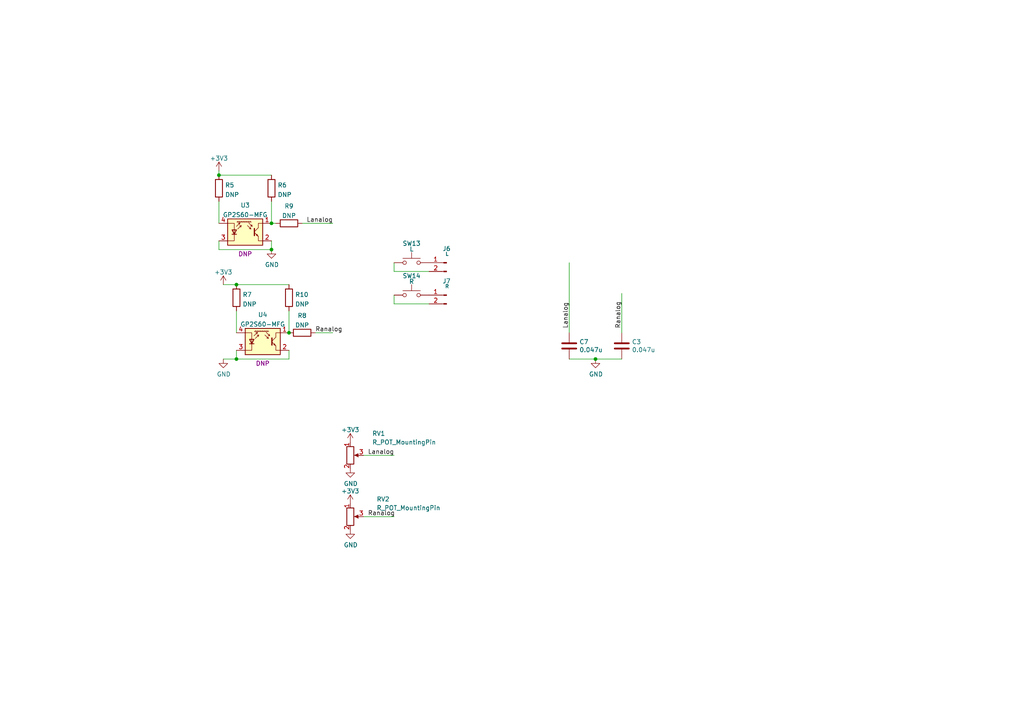
<source format=kicad_sch>
(kicad_sch (version 20211123) (generator eeschema)
  (paper "A4")
  (lib_symbols
    (symbol "Connector:Conn_01x02_Male" (pin_names (offset 1.016) hide)
      (property "Reference" "J" (at 0 2.54 0))
      (property "Value" "Conn_01x02_Male" (at 0 -5.08 0))
      (symbol "Conn_01x02_Male_1_1"
        (polyline (pts (xy 1.27 -2.54) (xy 0.8636 -2.54)) (stroke (width 0.1524)))
        (polyline (pts (xy 1.27 0) (xy 0.8636 0)) (stroke (width 0.1524)))
        (rectangle (start 0.8636 -2.413) (end 0 -2.667) (stroke (width 0.1524)) (fill (type outline)))
        (rectangle (start 0.8636 0.127) (end 0 -0.127) (stroke (width 0.1524)) (fill (type outline)))
        (pin passive line (at 5.08 0 180) (length 3.81) (name "Pin_1") (number "1"))
        (pin passive line (at 5.08 -2.54 180) (length 3.81) (name "Pin_2") (number "2"))
      )
    )
    (symbol "Device:C" (pin_numbers hide) (pin_names (offset 0.254))
      (property "Reference" "C" (at 0.635 2.54 0))
      (property "Value" "C" (at 0.635 -2.54 0))
      (symbol "C_0_1"
        (polyline (pts (xy -2.032 -0.762) (xy 2.032 -0.762)) (stroke (width 0.508)))
        (polyline (pts (xy -2.032 0.762) (xy 2.032 0.762)) (stroke (width 0.508)))
      )
      (symbol "C_1_1"
        (pin passive line (at 0 3.81 270) (length 2.794) (name "~") (number "1"))
        (pin passive line (at 0 -3.81 90) (length 2.794) (name "~") (number "2"))
      )
    )
    (symbol "Device:R" (pin_numbers hide) (pin_names (offset 0))
      (property "Reference" "R" (at 2.032 0 90))
      (property "Value" "R" (at 0 0 90))
      (symbol "R_0_1"
        (rectangle (start -1.016 -2.54) (end 1.016 2.54) (stroke (width 0.254)))
      )
      (symbol "R_1_1"
        (pin passive line (at 0 3.81 270) (length 1.27) (name "~") (number "1"))
        (pin passive line (at 0 -3.81 90) (length 1.27) (name "~") (number "2"))
      )
    )
    (symbol "GCC:+3.3V" (power) (pin_names (offset 0))
      (property "Value" "+3.3V" (at 0 3.556 0))
      (symbol "+3.3V_0_1"
        (polyline (pts (xy -0.762 1.27) (xy 0 2.54)))
        (polyline (pts (xy 0 0) (xy 0 2.54)))
        (polyline (pts (xy 0 2.54) (xy 0.762 1.27)))
      )
      (symbol "+3.3V_1_1"
        (pin power_in line (at 0 0 90) (length 0) hide (name "+3V3") (number "1"))
      )
    )
    (symbol "GCC:Gamecube-MB-rescue_Slider_GCC-Gamecube_MB" (pin_names (offset 1.016) hide)
      (property "Reference" "RV" (at -8.255 0 90))
      (property "Value" "Gamecube-MB-rescue_Slider_GCC-Gamecube_MB" (at -6.35 0 90))
      (symbol "Gamecube-MB-rescue_Slider_GCC-Gamecube_MB_0_1"
        (polyline (pts (xy 2.54 0) (xy 1.524 0)))
        (polyline (pts (xy 1.143 0) (xy 2.286 0.508) (xy 2.286 -0.508)) (fill (type outline)))
        (rectangle (start 1.016 2.54) (end -1.016 -2.54) (stroke (width 0.254)))
      )
      (symbol "Gamecube-MB-rescue_Slider_GCC-Gamecube_MB_1_1"
        (pin passive line (at 0 3.81 270) (length 1.27) (name "V+") (number "1"))
        (pin passive line (at 0 -3.81 90) (length 1.27) (name "GND") (number "2"))
        (pin passive line (at 3.81 0 180) (length 1.27) (name "Signal") (number "3"))
      )
    )
    (symbol "SW_Push_1" (pin_numbers hide) (pin_names (offset 1.016) hide)
      (property "Reference" "SW13" (at 0 5.588 0))
      (property "Value" "SW_Push_1" (at 0 3.937 0))
      (symbol "SW_Push_1_0_1"
        (circle (center -2.032 0) (radius 0.508))
        (polyline (pts (xy 0 1.27) (xy 0 3.048)))
        (polyline (pts (xy 2.54 1.27) (xy -2.54 1.27)))
        (circle (center 2.032 0) (radius 0.508))
        (pin passive line (at 5.08 0 180) (length 2.54) (name "1") (number "1"))
        (pin passive line (at -5.08 0 0) (length 2.54) (name "2") (number "2"))
      )
    )
    (symbol "SW_Push_2" (pin_numbers hide) (pin_names (offset 1.016) hide)
      (property "Reference" "SW14" (at 0 5.588 0))
      (property "Value" "SW_Push_2" (at 0 3.937 0))
      (symbol "SW_Push_2_0_1"
        (circle (center -2.032 0) (radius 0.508))
        (polyline (pts (xy 0 1.27) (xy 0 3.048)))
        (polyline (pts (xy 2.54 1.27) (xy -2.54 1.27)))
        (circle (center 2.032 0) (radius 0.508))
        (pin passive line (at 5.08 0 180) (length 2.54) (name "1") (number "1"))
        (pin passive line (at -5.08 0 0) (length 2.54) (name "2") (number "2"))
      )
    )
    (symbol "Sensor_Proximity:BPR-105" (pin_names (offset 0.0254) hide)
      (property "Reference" "U?" (at 0 7.7765 0))
      (property "Value" "BPR-105" (at 0 5.0014 0))
      (symbol "BPR-105_0_1"
        (polyline (pts (xy -3.81 -0.635) (xy -2.54 -0.635)) (stroke (width 0.254)))
        (polyline (pts (xy -2.286 2.921) (xy -2.032 3.175)))
        (polyline (pts (xy -1.778 2.921) (xy -1.524 3.175)))
        (polyline (pts (xy -1.524 2.667) (xy -1.651 2.159)))
        (polyline (pts (xy -1.27 2.921) (xy -1.016 3.175)))
        (polyline (pts (xy -1.143 1.905) (xy -1.27 1.397)))
        (polyline (pts (xy -0.762 2.921) (xy -0.508 3.175)))
        (polyline (pts (xy -0.254 2.921) (xy 0 3.175)))
        (polyline (pts (xy 0.254 2.921) (xy 0.508 3.175)))
        (polyline (pts (xy 0.762 2.921) (xy 1.016 3.175)))
        (polyline (pts (xy 1.27 2.921) (xy 1.524 3.175)))
        (polyline (pts (xy 1.651 0.889) (xy 1.143 1.016)))
        (polyline (pts (xy 1.778 2.921) (xy -2.413 2.921)))
        (polyline (pts (xy 2.032 1.651) (xy 1.524 1.778)))
        (polyline (pts (xy 2.667 -0.127) (xy 3.81 -1.27)))
        (polyline (pts (xy 2.667 0.127) (xy 3.81 1.27)))
        (polyline (pts (xy -2.54 1.651) (xy -1.524 2.667) (xy -2.032 2.54)))
        (polyline (pts (xy -2.159 0.889) (xy -1.143 1.905) (xy -1.651 1.778)))
        (polyline (pts (xy 0.635 1.905) (xy 1.651 0.889) (xy 1.524 1.397)))
        (polyline (pts (xy 1.016 2.667) (xy 2.032 1.651) (xy 1.905 2.159)))
        (polyline (pts (xy 2.667 1.016) (xy 2.667 -1.016) (xy 2.667 -1.016)) (stroke (width 0.3556)))
        (polyline (pts (xy 3.81 -1.27) (xy 3.81 -2.54) (xy 5.08 -2.54)))
        (polyline (pts (xy 3.81 1.27) (xy 3.81 2.54) (xy 5.08 2.54)))
        (polyline (pts (xy -5.08 -2.54) (xy -3.175 -2.54) (xy -3.175 2.54) (xy -5.08 2.54)))
        (polyline (pts (xy -3.175 -0.635) (xy -3.81 0.635) (xy -2.54 0.635) (xy -3.175 -0.635)) (stroke (width 0.254)))
        (polyline (pts (xy 3.683 -1.143) (xy 3.429 -0.635) (xy 3.175 -0.889) (xy 3.683 -1.143)))
        (polyline (pts (xy -5.08 -3.81) (xy 5.08 -3.81) (xy 5.08 3.81) (xy -5.08 3.81) (xy -5.08 -3.81)) (stroke (width 0.254)) (fill (type background)))
      )
      (symbol "BPR-105_1_1"
        (pin open_collector line (at 7.62 2.54 180) (length 2.54) (name "C") (number "1"))
        (pin open_emitter line (at 7.62 -2.54 180) (length 2.54) (name "E") (number "2"))
        (pin passive line (at -7.62 -2.54 0) (length 2.54) (name "K") (number "3"))
        (pin passive line (at -7.62 2.54 0) (length 2.54) (name "A") (number "4"))
      )
    )
    (symbol "power:GND" (power) (pin_names (offset 0))
      (property "Value" "GND" (at 0 -3.81 0))
      (symbol "GND_0_1"
        (polyline (pts (xy 0 0) (xy 0 -1.27) (xy 1.27 -1.27) (xy 0 -2.54) (xy -1.27 -1.27) (xy 0 -1.27)))
      )
      (symbol "GND_1_1"
        (pin power_in line (at 0 0 270) (length 0) hide (name "GND") (number "1"))
      )
    )
  )
  (junction (at 83.82 96.52))
  (junction (at 68.58 104.14))
  (junction (at 63.5 50.8))
  (junction (at 68.58 82.55))
  (junction (at 78.74 64.77))
  (junction (at 172.72 104.14))
  (junction (at 78.74 72.39))
  (wire (pts (xy 64.77 82.55) (xy 68.58 82.55)))
  (wire (pts (xy 78.74 72.39) (xy 63.5 72.39)))
  (wire (pts (xy 91.44 96.52) (xy 96.52 96.52)))
  (wire (pts (xy 114.3 78.74) (xy 124.46 78.74)))
  (wire (pts (xy 165.1 104.14) (xy 172.72 104.14)))
  (wire (pts (xy 63.5 50.8) (xy 78.74 50.8)))
  (wire (pts (xy 83.82 104.14) (xy 68.58 104.14)))
  (wire (pts (xy 78.74 58.42) (xy 78.74 64.77)))
  (wire (pts (xy 105.41 149.86) (xy 114.3 149.86)))
  (wire (pts (xy 83.82 90.17) (xy 83.82 96.52)))
  (wire (pts (xy 114.3 88.138) (xy 124.46 88.138)))
  (wire (pts (xy 63.5 72.39) (xy 63.5 69.85)))
  (wire (pts (xy 105.41 132.08) (xy 114.3 132.08)))
  (wire (pts (xy 68.58 104.14) (xy 68.58 101.6)))
  (wire (pts (xy 165.1 76.2) (xy 165.1 96.52)))
  (wire (pts (xy 114.3 76.2) (xy 114.3 78.74)))
  (wire (pts (xy 63.5 58.42) (xy 63.5 64.77)))
  (wire (pts (xy 114.3 85.598) (xy 114.3 88.138)))
  (wire (pts (xy 68.58 82.55) (xy 83.82 82.55)))
  (wire (pts (xy 172.72 104.14) (xy 180.34 104.14)))
  (wire (pts (xy 78.74 69.85) (xy 78.74 72.39)))
  (wire (pts (xy 64.77 104.14) (xy 68.58 104.14)))
  (wire (pts (xy 87.63 64.77) (xy 96.52 64.77)))
  (wire (pts (xy 63.5 49.53) (xy 63.5 50.8)))
  (wire (pts (xy 83.82 101.6) (xy 83.82 104.14)))
  (wire (pts (xy 68.58 90.17) (xy 68.58 96.52)))
  (wire (pts (xy 180.34 96.52) (xy 180.34 85.09)))
  (wire (pts (xy 78.74 64.77) (xy 80.01 64.77)))
  (label "Lanalog" (at 88.9 64.77 0))
  (label "Ranalog" (at 91.44 96.52 0))
  (label "Lanalog" (at 165.1 95.25 90))
  (label "Ranalog" (at 106.68 149.86 0))
  (label "Ranalog" (at 180.34 95.25 90))
  (label "Lanalog" (at 106.68 132.08 0))
  (symbol (lib_id "power:GND") (at 101.6 153.67 0) (unit 1)
    (property "Reference" "#PWR?" (effects hide))
    (property "Value" "GND" (at 101.727 158.0642 0))
  )
  (symbol (lib_id "Sensor_Proximity:BPR-105") (at 76.2 99.06 0) (unit 1)
    (property "Reference" "U4" (at 76.2 91.2835 0))
    (property "Value" "GP2S60-MFG" (at 76.2 94.0586 0))
    (property "Footprint" "PhobGCC_Footprints:Sharp_Microelectronics-GP2S60-MFG" (effects hide))
    (property "Datasheet" "http://www.ystone.com.tw/en/data/goods/IRPT/Photo%20Interrupters-Reflective%20Type.pdf" (effects hide))
    (property "Note" "DNP" (at 76.2 105.41 0))
  )
  (symbol (lib_id "GCC:Gamecube-MB-rescue_Slider_GCC-Gamecube_MB") (at 101.6 132.08 0) (unit 1)
    (property "Reference" "RV1" (at 107.95 125.73 0) (effects (justify left)))
    (property "Value" "R_POT_MountingPin" (at 107.95 128.27 0) (effects (justify left)))
    (property "Footprint" "PhobGCC_Footprints:GCC_Slider" (effects hide))
  )
  (symbol (lib_id "Sensor_Proximity:BPR-105") (at 71.12 67.31 0) (unit 1)
    (property "Reference" "U3" (at 71.12 59.5335 0))
    (property "Value" "GP2S60-MFG" (at 71.12 62.3086 0))
    (property "Footprint" "PhobGCC_Footprints:Sharp_Microelectronics-GP2S60-MFG" (effects hide))
    (property "Datasheet" "http://www.ystone.com.tw/en/data/goods/IRPT/Photo%20Interrupters-Reflective%20Type.pdf" (effects hide))
    (property "Note" "DNP" (at 71.12 73.66 0))
  )
  (symbol (lib_id "GCC:+3.3V") (at 101.6 128.27 0) (unit 1)
    (property "Reference" "#PWR?" (effects hide))
    (property "Value" "+3.3V" (at 101.6 124.6655 0))
  )
  (symbol (lib_id "Connector:Conn_01x02_Male") (at 129.54 85.598 0) (mirror y) (unit 1)
    (property "Reference" "J7" (at 129.54 81.534 0))
    (property "Value" "R" (at 129.667 83.058 0) (effects (font (size 1 1))))
    (property "Footprint" "PhobGCC_Footprints:Pin_Header_Straight_1x02_Pitch2.54mm" (effects hide))
  )
  (symbol (lib_id "GCC:+3.3V") (at 101.6 146.05 0) (unit 1)
    (property "Reference" "#PWR?" (effects hide))
    (property "Value" "+3.3V" (at 101.6 142.4455 0))
  )
  (symbol (lib_id "Device:R") (at 83.82 64.77 90) (unit 1)
    (property "Reference" "R9" (at 83.82 59.7875 90))
    (property "Value" "DNP" (at 83.82 62.5626 90))
    (property "Footprint" "PhobGCC_Footprints:R_0603_1608_DNP" (effects hide))
  )
  (symbol (lib_id "GCC:+3.3V") (at 63.5 49.53 0) (unit 1)
    (property "Reference" "#PWR?" (effects hide))
    (property "Value" "+3.3V" (at 63.5 45.9255 0))
  )
  (symbol (lib_id "Connector:Conn_01x02_Male") (at 129.54 76.2 0) (mirror y) (unit 1)
    (property "Reference" "J6" (at 129.54 72.136 0))
    (property "Value" "L" (at 129.667 73.66 0) (effects (font (size 1 1))))
    (property "Footprint" "PhobGCC_Footprints:Pin_Header_Straight_1x02_Pitch2.54mm" (effects hide))
  )
  (symbol (lib_name "SW_Push_2") (lib_id "Switch:SW_Push") (at 119.38 85.598 0) (unit 1)
    (property "Reference" "SW14" (at 119.38 80.01 0))
    (property "Value" "R" (at 119.38 81.661 0))
    (property "Footprint" "PhobGCC_Footprints:Trigger_Contact" (effects hide))
  )
  (symbol (lib_id "Device:R") (at 63.5 54.61 0) (unit 1)
    (property "Reference" "R5" (at 65.278 53.7015 0) (effects (justify left)))
    (property "Value" "DNP" (at 65.278 56.4766 0) (effects (justify left)))
    (property "Footprint" "PhobGCC_Footprints:R_0603_1608_DNP" (effects hide))
  )
  (symbol (lib_id "power:GND") (at 64.77 104.14 0) (unit 1)
    (property "Reference" "#PWR?" (effects hide))
    (property "Value" "GND" (at 64.897 108.5342 0))
  )
  (symbol (lib_id "Device:R") (at 83.82 86.36 0) (unit 1)
    (property "Reference" "R10" (at 85.598 85.4515 0) (effects (justify left)))
    (property "Value" "DNP" (at 85.598 88.2266 0) (effects (justify left)))
    (property "Footprint" "PhobGCC_Footprints:R_0603_1608_DNP" (effects hide))
  )
  (symbol (lib_id "Device:R") (at 78.74 54.61 0) (unit 1)
    (property "Reference" "R6" (at 80.518 53.7015 0) (effects (justify left)))
    (property "Value" "DNP" (at 80.518 56.4766 0) (effects (justify left)))
    (property "Footprint" "PhobGCC_Footprints:R_0603_1608_DNP" (effects hide))
  )
  (symbol (lib_id "Device:C") (at 165.1 100.33 0) (unit 1)
    (property "Reference" "C7" (at 168.021 99.1616 0) (effects (justify left)))
    (property "Value" "0.047u" (at 168.021 101.473 0) (effects (justify left)))
    (property "Footprint" "PhobGCC_Footprints:C_0603_HandSoldering" (effects hide))
    (property "LCSC" "C1622" (effects hide))
  )
  (symbol (lib_id "GCC:+3.3V") (at 64.77 82.55 0) (unit 1)
    (property "Reference" "#PWR?" (effects hide))
    (property "Value" "+3.3V" (at 64.77 78.9455 0))
  )
  (symbol (lib_id "Device:C") (at 180.34 100.33 0) (unit 1)
    (property "Reference" "C3" (at 183.261 99.1616 0) (effects (justify left)))
    (property "Value" "0.047u" (at 183.261 101.473 0) (effects (justify left)))
    (property "Footprint" "PhobGCC_Footprints:C_0603_HandSoldering" (effects hide))
    (property "LCSC" "C1622" (effects hide))
  )
  (symbol (lib_id "power:GND") (at 101.6 135.89 0) (unit 1)
    (property "Reference" "#PWR?" (effects hide))
    (property "Value" "GND" (at 101.727 140.2842 0))
  )
  (symbol (lib_id "power:GND") (at 172.72 104.14 0) (unit 1)
    (property "Reference" "#PWR?" (effects hide))
    (property "Value" "GND" (at 172.847 108.5342 0))
  )
  (symbol (lib_id "power:GND") (at 78.74 72.39 0) (unit 1)
    (property "Reference" "#PWR?" (effects hide))
    (property "Value" "GND" (at 78.867 76.7842 0))
  )
  (symbol (lib_id "Device:R") (at 68.58 86.36 0) (unit 1)
    (property "Reference" "R7" (at 70.358 85.4515 0) (effects (justify left)))
    (property "Value" "DNP" (at 70.358 88.2266 0) (effects (justify left)))
    (property "Footprint" "PhobGCC_Footprints:R_0603_1608_DNP" (effects hide))
  )
  (symbol (lib_name "SW_Push_1") (lib_id "Switch:SW_Push") (at 119.38 76.2 0) (unit 1)
    (property "Reference" "SW13" (at 119.38 70.612 0))
    (property "Value" "L" (at 119.38 72.263 0))
    (property "Footprint" "PhobGCC_Footprints:Trigger_Contact" (effects hide))
  )
  (symbol (lib_id "GCC:Gamecube-MB-rescue_Slider_GCC-Gamecube_MB") (at 101.6 149.86 0) (unit 1)
    (property "Reference" "RV2" (at 109.22 144.78 0) (effects (justify left)))
    (property "Value" "R_POT_MountingPin" (at 109.22 147.32 0) (effects (justify left)))
    (property "Footprint" "PhobGCC_Footprints:GCC_Slider" (effects hide))
  )
  (symbol (lib_id "Device:R") (at 87.63 96.52 90) (unit 1)
    (property "Reference" "R8" (at 87.63 91.5375 90))
    (property "Value" "DNP" (at 87.63 94.3126 90))
    (property "Footprint" "PhobGCC_Footprints:R_0603_1608_DNP" (effects hide))
  )
)
</source>
